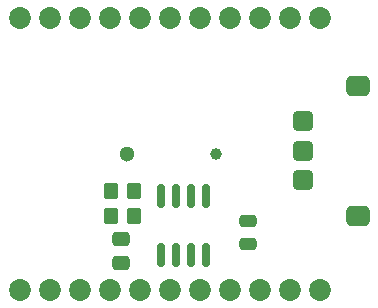
<source format=gbr>
%TF.GenerationSoftware,KiCad,Pcbnew,8.0.0*%
%TF.CreationDate,2024-04-09T10:55:27+02:00*%
%TF.ProjectId,LoraTimerSender,4c6f7261-5469-46d6-9572-53656e646572,rev?*%
%TF.SameCoordinates,Original*%
%TF.FileFunction,Soldermask,Top*%
%TF.FilePolarity,Negative*%
%FSLAX46Y46*%
G04 Gerber Fmt 4.6, Leading zero omitted, Abs format (unit mm)*
G04 Created by KiCad (PCBNEW 8.0.0) date 2024-04-09 10:55:27*
%MOMM*%
%LPD*%
G01*
G04 APERTURE LIST*
G04 Aperture macros list*
%AMRoundRect*
0 Rectangle with rounded corners*
0 $1 Rounding radius*
0 $2 $3 $4 $5 $6 $7 $8 $9 X,Y pos of 4 corners*
0 Add a 4 corners polygon primitive as box body*
4,1,4,$2,$3,$4,$5,$6,$7,$8,$9,$2,$3,0*
0 Add four circle primitives for the rounded corners*
1,1,$1+$1,$2,$3*
1,1,$1+$1,$4,$5*
1,1,$1+$1,$6,$7*
1,1,$1+$1,$8,$9*
0 Add four rect primitives between the rounded corners*
20,1,$1+$1,$2,$3,$4,$5,0*
20,1,$1+$1,$4,$5,$6,$7,0*
20,1,$1+$1,$6,$7,$8,$9,0*
20,1,$1+$1,$8,$9,$2,$3,0*%
G04 Aperture macros list end*
%ADD10C,1.854000*%
%ADD11RoundRect,0.150000X-0.150000X0.825000X-0.150000X-0.825000X0.150000X-0.825000X0.150000X0.825000X0*%
%ADD12RoundRect,0.250000X0.350000X0.450000X-0.350000X0.450000X-0.350000X-0.450000X0.350000X-0.450000X0*%
%ADD13RoundRect,0.437500X-0.437500X0.437500X-0.437500X-0.437500X0.437500X-0.437500X0.437500X0.437500X0*%
%ADD14RoundRect,0.437500X-0.562500X0.437500X-0.562500X-0.437500X0.562500X-0.437500X0.562500X0.437500X0*%
%ADD15RoundRect,0.250000X-0.475000X0.250000X-0.475000X-0.250000X0.475000X-0.250000X0.475000X0.250000X0*%
%ADD16RoundRect,0.250000X-0.475000X0.337500X-0.475000X-0.337500X0.475000X-0.337500X0.475000X0.337500X0*%
%ADD17C,1.000000*%
%ADD18C,1.300000*%
G04 APERTURE END LIST*
D10*
%TO.C,U1*%
X124457500Y-99922500D03*
X126997500Y-99922500D03*
X129537500Y-99922500D03*
X132077500Y-99922500D03*
X134617500Y-99922500D03*
X137157500Y-99922500D03*
X139697500Y-99922500D03*
X142237500Y-99922500D03*
X144777500Y-99922500D03*
X147317500Y-99922500D03*
X149857500Y-99922500D03*
X149857500Y-76902500D03*
X147317500Y-76902500D03*
X144777500Y-76902500D03*
X142237500Y-76902500D03*
X139697500Y-76902500D03*
X137157500Y-76902500D03*
X134617500Y-76902500D03*
X132077500Y-76902500D03*
X129537500Y-76902500D03*
X126997500Y-76902500D03*
X124457500Y-76902500D03*
%TD*%
D11*
%TO.C,U2*%
X140215000Y-92025000D03*
X138945000Y-92025000D03*
X137675000Y-92025000D03*
X136405000Y-92025000D03*
X136405000Y-96975000D03*
X137675000Y-96975000D03*
X138945000Y-96975000D03*
X140215000Y-96975000D03*
%TD*%
D12*
%TO.C,R1*%
X134125000Y-91575000D03*
X132125000Y-91575000D03*
%TD*%
D13*
%TO.C,U3*%
X148437500Y-85650000D03*
X148437500Y-88150000D03*
X148437500Y-90650000D03*
D14*
X153037500Y-93650000D03*
X153037500Y-82650000D03*
%TD*%
D12*
%TO.C,R2*%
X134125000Y-93675000D03*
X132125000Y-93675000D03*
%TD*%
D15*
%TO.C,C2*%
X143725000Y-94125000D03*
X143725000Y-96025000D03*
%TD*%
D16*
%TO.C,C1*%
X133050000Y-95612500D03*
X133050000Y-97687500D03*
%TD*%
D17*
%TO.C,J1*%
X141027000Y-88450000D03*
D18*
X133527000Y-88450000D03*
%TD*%
M02*

</source>
